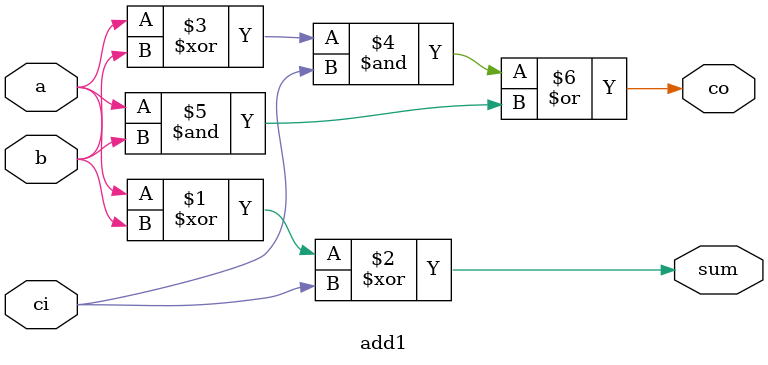
<source format=v>
module add4(a,b,ci,sum,co);
    input [3:0] a;
    input [3:0] b;
    input ci;
    output [3:0] sum;
    output co;
    wire [3:0] count;

    //实例化加法器
    add1 u0(a[0], b[0], ci, sum[0], count[0]);
    add1 u1(a[1], b[1], count[0], sum[1], count[1]);
    add1 u2(a[2], b[2], count[1], sum[2], count[2]);
    add1 u3(a[3], b[3], count[2], sum[3], count[3]);
    assign co = count[3];

endmodule

module add1(a, b, ci, sum, co);
    input a;
    input b;
    input ci;
    output sum;
    output co;

    //和
    assign sum = (a ^ b) ^ ci;

    //c_i+1进位运算
    assign co = ((a ^ b)&ci) | (a & b);

endmodule
</source>
